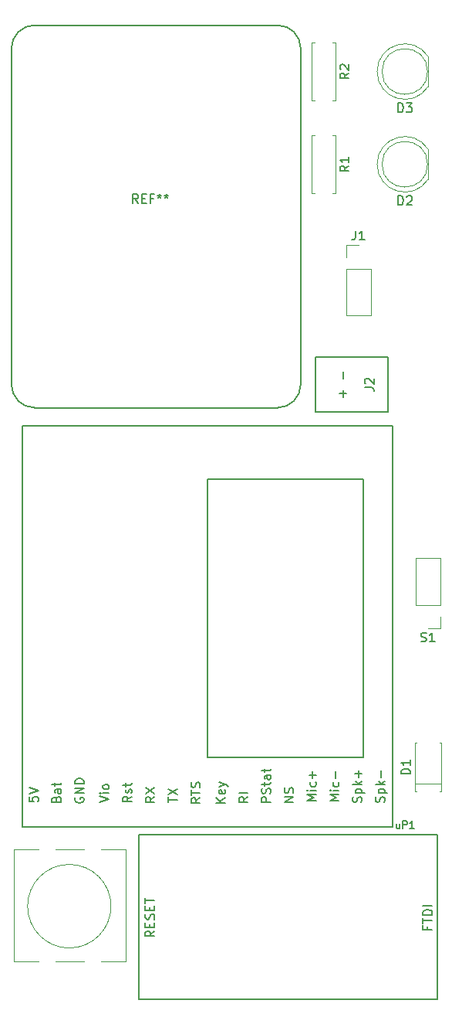
<source format=gbr>
G04 #@! TF.GenerationSoftware,KiCad,Pcbnew,(5.0.0-3-g5ebb6b6)*
G04 #@! TF.CreationDate,2018-09-18T11:26:02-04:00*
G04 #@! TF.ProjectId,mapH,6D6170482E6B696361645F7063620000,rev?*
G04 #@! TF.SameCoordinates,Original*
G04 #@! TF.FileFunction,Legend,Top*
G04 #@! TF.FilePolarity,Positive*
%FSLAX46Y46*%
G04 Gerber Fmt 4.6, Leading zero omitted, Abs format (unit mm)*
G04 Created by KiCad (PCBNEW (5.0.0-3-g5ebb6b6)) date Tuesday, September 18, 2018 at 11:26:02 AM*
%MOMM*%
%LPD*%
G01*
G04 APERTURE LIST*
%ADD10C,0.120000*%
%ADD11C,0.150000*%
%ADD12C,0.160000*%
G04 APERTURE END LIST*
D10*
G04 #@! TO.C,D1*
X171440000Y-124580000D02*
X171310000Y-124580000D01*
X171310000Y-124580000D02*
X171310000Y-119260000D01*
X171310000Y-119260000D02*
X171440000Y-119260000D01*
X174000000Y-124580000D02*
X174130000Y-124580000D01*
X174130000Y-124580000D02*
X174130000Y-119260000D01*
X174130000Y-119260000D02*
X174000000Y-119260000D01*
X171310000Y-123740000D02*
X174130000Y-123740000D01*
G04 #@! TO.C,D2*
X167140001Y-55878042D02*
G75*
G03X172740000Y-57519512I3039999J-1958D01*
G01*
X167140001Y-55881958D02*
G75*
G02X172740000Y-54240488I3039999J1958D01*
G01*
X172680000Y-55880000D02*
G75*
G03X172680000Y-55880000I-2500000J0D01*
G01*
X172740000Y-57520000D02*
X172740000Y-54240000D01*
G04 #@! TO.C,D3*
X167140001Y-45718042D02*
G75*
G03X172740000Y-47359512I3039999J-1958D01*
G01*
X167140001Y-45721958D02*
G75*
G02X172740000Y-44080488I3039999J1958D01*
G01*
X172680000Y-45720000D02*
G75*
G03X172680000Y-45720000I-2500000J0D01*
G01*
X172740000Y-47360000D02*
X172740000Y-44080000D01*
D11*
G04 #@! TO.C,J2*
X160330000Y-77010000D02*
X161830000Y-77010000D01*
X161830000Y-77010000D02*
X160330000Y-77010000D01*
X161830000Y-77010000D02*
X168330000Y-77010000D01*
X168330000Y-77010000D02*
X168330000Y-83010000D01*
X168330000Y-83010000D02*
X160330000Y-83010000D01*
X160330000Y-83010000D02*
X160330000Y-77010000D01*
D10*
G04 #@! TO.C,R1*
X162270000Y-52670000D02*
X162600000Y-52670000D01*
X162600000Y-52670000D02*
X162600000Y-59090000D01*
X162600000Y-59090000D02*
X162270000Y-59090000D01*
X160310000Y-52670000D02*
X159980000Y-52670000D01*
X159980000Y-52670000D02*
X159980000Y-59090000D01*
X159980000Y-59090000D02*
X160310000Y-59090000D01*
G04 #@! TO.C,R2*
X162270000Y-42510000D02*
X162600000Y-42510000D01*
X162600000Y-42510000D02*
X162600000Y-48930000D01*
X162600000Y-48930000D02*
X162270000Y-48930000D01*
X160310000Y-42510000D02*
X159980000Y-42510000D01*
X159980000Y-42510000D02*
X159980000Y-48930000D01*
X159980000Y-48930000D02*
X160310000Y-48930000D01*
G04 #@! TO.C,S2*
X139540000Y-130910000D02*
X139540000Y-143210000D01*
X134960000Y-143210000D02*
X131820000Y-143210000D01*
X127240000Y-143210000D02*
X127240000Y-130910000D01*
X136820000Y-130910000D02*
X139540000Y-130910000D01*
X137929050Y-137160000D02*
G75*
G03X137929050Y-137160000I-4579050J0D01*
G01*
X127240000Y-130910000D02*
X129960000Y-130910000D01*
X131820000Y-130910000D02*
X134960000Y-130910000D01*
X129960000Y-143210000D02*
X127240000Y-143210000D01*
X139540000Y-143210000D02*
X136820000Y-143210000D01*
D11*
G04 #@! TO.C,U1*
X128181100Y-84703600D02*
X128181100Y-84503600D01*
X165646100Y-90398600D02*
X165646100Y-120878600D01*
X165646100Y-120878600D02*
X148501100Y-120878600D01*
X148501100Y-120878600D02*
X148501100Y-90398600D01*
X148501100Y-90398600D02*
X165646100Y-90398600D01*
X128181100Y-84548600D02*
X168821100Y-84548600D01*
X168821100Y-84603600D02*
X168821100Y-128498600D01*
X168821100Y-128498600D02*
X128181100Y-128498600D01*
X128181100Y-128498600D02*
X128181100Y-84603600D01*
G04 #@! TO.C,REF\002A\002A*
X156210000Y-82550000D02*
X129540000Y-82550000D01*
X158750000Y-43180000D02*
X158750000Y-80010000D01*
X127000000Y-43180000D02*
X127000000Y-80010000D01*
X129540000Y-40640000D02*
X156210000Y-40640000D01*
X129540000Y-40640000D02*
G75*
G03X127000000Y-43180000I0J-2540000D01*
G01*
X158750000Y-43180000D02*
G75*
G03X156210000Y-40640000I-2540000J0D01*
G01*
X156210000Y-82550000D02*
G75*
G03X158750000Y-80010000I0J2540000D01*
G01*
X127000000Y-80010000D02*
G75*
G03X129540000Y-82550000I2540000J0D01*
G01*
D10*
G04 #@! TO.C,J1*
X163770000Y-67310000D02*
X163770000Y-72450000D01*
X163770000Y-72450000D02*
X166430000Y-72450000D01*
X166430000Y-72450000D02*
X166430000Y-67310000D01*
X166430000Y-67310000D02*
X163770000Y-67310000D01*
X163770000Y-66040000D02*
X163770000Y-64710000D01*
X163770000Y-64710000D02*
X165100000Y-64710000D01*
G04 #@! TO.C,S1*
X174050000Y-104140000D02*
X174050000Y-99000000D01*
X174050000Y-99000000D02*
X171390000Y-99000000D01*
X171390000Y-99000000D02*
X171390000Y-104140000D01*
X171390000Y-104140000D02*
X174050000Y-104140000D01*
X174050000Y-105410000D02*
X174050000Y-106740000D01*
X174050000Y-106740000D02*
X172720000Y-106740000D01*
D11*
G04 #@! TO.C,uP1*
X140970000Y-129286000D02*
X140970000Y-147320000D01*
X173736000Y-147320000D02*
X173736000Y-129286000D01*
X140970000Y-129286000D02*
X173736000Y-129286000D01*
X173736000Y-147320000D02*
X140970000Y-147320000D01*
G04 #@! TO.C,D1*
X170762380Y-122658095D02*
X169762380Y-122658095D01*
X169762380Y-122420000D01*
X169810000Y-122277142D01*
X169905238Y-122181904D01*
X170000476Y-122134285D01*
X170190952Y-122086666D01*
X170333809Y-122086666D01*
X170524285Y-122134285D01*
X170619523Y-122181904D01*
X170714761Y-122277142D01*
X170762380Y-122420000D01*
X170762380Y-122658095D01*
X170762380Y-121134285D02*
X170762380Y-121705714D01*
X170762380Y-121420000D02*
X169762380Y-121420000D01*
X169905238Y-121515238D01*
X170000476Y-121610476D01*
X170048095Y-121705714D01*
G04 #@! TO.C,D2*
X169441904Y-60342380D02*
X169441904Y-59342380D01*
X169680000Y-59342380D01*
X169822857Y-59390000D01*
X169918095Y-59485238D01*
X169965714Y-59580476D01*
X170013333Y-59770952D01*
X170013333Y-59913809D01*
X169965714Y-60104285D01*
X169918095Y-60199523D01*
X169822857Y-60294761D01*
X169680000Y-60342380D01*
X169441904Y-60342380D01*
X170394285Y-59437619D02*
X170441904Y-59390000D01*
X170537142Y-59342380D01*
X170775238Y-59342380D01*
X170870476Y-59390000D01*
X170918095Y-59437619D01*
X170965714Y-59532857D01*
X170965714Y-59628095D01*
X170918095Y-59770952D01*
X170346666Y-60342380D01*
X170965714Y-60342380D01*
G04 #@! TO.C,D3*
X169441904Y-50182380D02*
X169441904Y-49182380D01*
X169680000Y-49182380D01*
X169822857Y-49230000D01*
X169918095Y-49325238D01*
X169965714Y-49420476D01*
X170013333Y-49610952D01*
X170013333Y-49753809D01*
X169965714Y-49944285D01*
X169918095Y-50039523D01*
X169822857Y-50134761D01*
X169680000Y-50182380D01*
X169441904Y-50182380D01*
X170346666Y-49182380D02*
X170965714Y-49182380D01*
X170632380Y-49563333D01*
X170775238Y-49563333D01*
X170870476Y-49610952D01*
X170918095Y-49658571D01*
X170965714Y-49753809D01*
X170965714Y-49991904D01*
X170918095Y-50087142D01*
X170870476Y-50134761D01*
X170775238Y-50182380D01*
X170489523Y-50182380D01*
X170394285Y-50134761D01*
X170346666Y-50087142D01*
G04 #@! TO.C,J2*
X165782380Y-80343333D02*
X166496666Y-80343333D01*
X166639523Y-80390952D01*
X166734761Y-80486190D01*
X166782380Y-80629047D01*
X166782380Y-80724285D01*
X165877619Y-79914761D02*
X165830000Y-79867142D01*
X165782380Y-79771904D01*
X165782380Y-79533809D01*
X165830000Y-79438571D01*
X165877619Y-79390952D01*
X165972857Y-79343333D01*
X166068095Y-79343333D01*
X166210952Y-79390952D01*
X166782380Y-79962380D01*
X166782380Y-79343333D01*
X163401428Y-79390952D02*
X163401428Y-78629047D01*
X163401428Y-81390952D02*
X163401428Y-80629047D01*
X163782380Y-81010000D02*
X163020476Y-81010000D01*
G04 #@! TO.C,R1*
X164052380Y-56046666D02*
X163576190Y-56380000D01*
X164052380Y-56618095D02*
X163052380Y-56618095D01*
X163052380Y-56237142D01*
X163100000Y-56141904D01*
X163147619Y-56094285D01*
X163242857Y-56046666D01*
X163385714Y-56046666D01*
X163480952Y-56094285D01*
X163528571Y-56141904D01*
X163576190Y-56237142D01*
X163576190Y-56618095D01*
X164052380Y-55094285D02*
X164052380Y-55665714D01*
X164052380Y-55380000D02*
X163052380Y-55380000D01*
X163195238Y-55475238D01*
X163290476Y-55570476D01*
X163338095Y-55665714D01*
G04 #@! TO.C,R2*
X164052380Y-45886666D02*
X163576190Y-46220000D01*
X164052380Y-46458095D02*
X163052380Y-46458095D01*
X163052380Y-46077142D01*
X163100000Y-45981904D01*
X163147619Y-45934285D01*
X163242857Y-45886666D01*
X163385714Y-45886666D01*
X163480952Y-45934285D01*
X163528571Y-45981904D01*
X163576190Y-46077142D01*
X163576190Y-46458095D01*
X163147619Y-45505714D02*
X163100000Y-45458095D01*
X163052380Y-45362857D01*
X163052380Y-45124761D01*
X163100000Y-45029523D01*
X163147619Y-44981904D01*
X163242857Y-44934285D01*
X163338095Y-44934285D01*
X163480952Y-44981904D01*
X164052380Y-45553333D01*
X164052380Y-44934285D01*
G04 #@! TO.C,U1*
X167905861Y-125765504D02*
X167953480Y-125622647D01*
X167953480Y-125384552D01*
X167905861Y-125289314D01*
X167858242Y-125241695D01*
X167763004Y-125194076D01*
X167667766Y-125194076D01*
X167572528Y-125241695D01*
X167524909Y-125289314D01*
X167477290Y-125384552D01*
X167429671Y-125575028D01*
X167382052Y-125670266D01*
X167334433Y-125717885D01*
X167239195Y-125765504D01*
X167143957Y-125765504D01*
X167048719Y-125717885D01*
X167001100Y-125670266D01*
X166953480Y-125575028D01*
X166953480Y-125336933D01*
X167001100Y-125194076D01*
X167286814Y-124765504D02*
X168286814Y-124765504D01*
X167334433Y-124765504D02*
X167286814Y-124670266D01*
X167286814Y-124479790D01*
X167334433Y-124384552D01*
X167382052Y-124336933D01*
X167477290Y-124289314D01*
X167763004Y-124289314D01*
X167858242Y-124336933D01*
X167905861Y-124384552D01*
X167953480Y-124479790D01*
X167953480Y-124670266D01*
X167905861Y-124765504D01*
X167953480Y-123860742D02*
X166953480Y-123860742D01*
X167572528Y-123765504D02*
X167953480Y-123479790D01*
X167286814Y-123479790D02*
X167667766Y-123860742D01*
X167572528Y-123051219D02*
X167572528Y-122289314D01*
X165405861Y-125765504D02*
X165453480Y-125622647D01*
X165453480Y-125384552D01*
X165405861Y-125289314D01*
X165358242Y-125241695D01*
X165263004Y-125194076D01*
X165167766Y-125194076D01*
X165072528Y-125241695D01*
X165024909Y-125289314D01*
X164977290Y-125384552D01*
X164929671Y-125575028D01*
X164882052Y-125670266D01*
X164834433Y-125717885D01*
X164739195Y-125765504D01*
X164643957Y-125765504D01*
X164548719Y-125717885D01*
X164501100Y-125670266D01*
X164453480Y-125575028D01*
X164453480Y-125336933D01*
X164501100Y-125194076D01*
X164786814Y-124765504D02*
X165786814Y-124765504D01*
X164834433Y-124765504D02*
X164786814Y-124670266D01*
X164786814Y-124479790D01*
X164834433Y-124384552D01*
X164882052Y-124336933D01*
X164977290Y-124289314D01*
X165263004Y-124289314D01*
X165358242Y-124336933D01*
X165405861Y-124384552D01*
X165453480Y-124479790D01*
X165453480Y-124670266D01*
X165405861Y-124765504D01*
X165453480Y-123860742D02*
X164453480Y-123860742D01*
X165072528Y-123765504D02*
X165453480Y-123479790D01*
X164786814Y-123479790D02*
X165167766Y-123860742D01*
X165072528Y-123051219D02*
X165072528Y-122289314D01*
X165453480Y-122670266D02*
X164691576Y-122670266D01*
X162953480Y-125622647D02*
X161953480Y-125622647D01*
X162667766Y-125289314D01*
X161953480Y-124955980D01*
X162953480Y-124955980D01*
X162953480Y-124479790D02*
X162286814Y-124479790D01*
X161953480Y-124479790D02*
X162001100Y-124527409D01*
X162048719Y-124479790D01*
X162001100Y-124432171D01*
X161953480Y-124479790D01*
X162048719Y-124479790D01*
X162905861Y-123575028D02*
X162953480Y-123670266D01*
X162953480Y-123860742D01*
X162905861Y-123955980D01*
X162858242Y-124003600D01*
X162763004Y-124051219D01*
X162477290Y-124051219D01*
X162382052Y-124003600D01*
X162334433Y-123955980D01*
X162286814Y-123860742D01*
X162286814Y-123670266D01*
X162334433Y-123575028D01*
X162572528Y-123146457D02*
X162572528Y-122384552D01*
X160453480Y-125622647D02*
X159453480Y-125622647D01*
X160167766Y-125289314D01*
X159453480Y-124955980D01*
X160453480Y-124955980D01*
X160453480Y-124479790D02*
X159786814Y-124479790D01*
X159453480Y-124479790D02*
X159501100Y-124527409D01*
X159548719Y-124479790D01*
X159501100Y-124432171D01*
X159453480Y-124479790D01*
X159548719Y-124479790D01*
X160405861Y-123575028D02*
X160453480Y-123670266D01*
X160453480Y-123860742D01*
X160405861Y-123955980D01*
X160358242Y-124003600D01*
X160263004Y-124051219D01*
X159977290Y-124051219D01*
X159882052Y-124003600D01*
X159834433Y-123955980D01*
X159786814Y-123860742D01*
X159786814Y-123670266D01*
X159834433Y-123575028D01*
X160072528Y-123146457D02*
X160072528Y-122384552D01*
X160453480Y-122765504D02*
X159691576Y-122765504D01*
X157953480Y-125765504D02*
X156953480Y-125765504D01*
X157953480Y-125194076D01*
X156953480Y-125194076D01*
X157905861Y-124765504D02*
X157953480Y-124622647D01*
X157953480Y-124384552D01*
X157905861Y-124289314D01*
X157858242Y-124241695D01*
X157763004Y-124194076D01*
X157667766Y-124194076D01*
X157572528Y-124241695D01*
X157524909Y-124289314D01*
X157477290Y-124384552D01*
X157429671Y-124575028D01*
X157382052Y-124670266D01*
X157334433Y-124717885D01*
X157239195Y-124765504D01*
X157143957Y-124765504D01*
X157048719Y-124717885D01*
X157001100Y-124670266D01*
X156953480Y-124575028D01*
X156953480Y-124336933D01*
X157001100Y-124194076D01*
X155453480Y-125765504D02*
X154453480Y-125765504D01*
X154453480Y-125384552D01*
X154501100Y-125289314D01*
X154548719Y-125241695D01*
X154643957Y-125194076D01*
X154786814Y-125194076D01*
X154882052Y-125241695D01*
X154929671Y-125289314D01*
X154977290Y-125384552D01*
X154977290Y-125765504D01*
X155405861Y-124813123D02*
X155453480Y-124670266D01*
X155453480Y-124432171D01*
X155405861Y-124336933D01*
X155358242Y-124289314D01*
X155263004Y-124241695D01*
X155167766Y-124241695D01*
X155072528Y-124289314D01*
X155024909Y-124336933D01*
X154977290Y-124432171D01*
X154929671Y-124622647D01*
X154882052Y-124717885D01*
X154834433Y-124765504D01*
X154739195Y-124813123D01*
X154643957Y-124813123D01*
X154548719Y-124765504D01*
X154501100Y-124717885D01*
X154453480Y-124622647D01*
X154453480Y-124384552D01*
X154501100Y-124241695D01*
X154786814Y-123955980D02*
X154786814Y-123575028D01*
X154453480Y-123813123D02*
X155310623Y-123813123D01*
X155405861Y-123765504D01*
X155453480Y-123670266D01*
X155453480Y-123575028D01*
X155453480Y-122813123D02*
X154929671Y-122813123D01*
X154834433Y-122860742D01*
X154786814Y-122955980D01*
X154786814Y-123146457D01*
X154834433Y-123241695D01*
X155405861Y-122813123D02*
X155453480Y-122908361D01*
X155453480Y-123146457D01*
X155405861Y-123241695D01*
X155310623Y-123289314D01*
X155215385Y-123289314D01*
X155120147Y-123241695D01*
X155072528Y-123146457D01*
X155072528Y-122908361D01*
X155024909Y-122813123D01*
X154786814Y-122479790D02*
X154786814Y-122098838D01*
X154453480Y-122336933D02*
X155310623Y-122336933D01*
X155405861Y-122289314D01*
X155453480Y-122194076D01*
X155453480Y-122098838D01*
X152953480Y-125182171D02*
X152477290Y-125515504D01*
X152953480Y-125753600D02*
X151953480Y-125753600D01*
X151953480Y-125372647D01*
X152001100Y-125277409D01*
X152048719Y-125229790D01*
X152143957Y-125182171D01*
X152286814Y-125182171D01*
X152382052Y-125229790D01*
X152429671Y-125277409D01*
X152477290Y-125372647D01*
X152477290Y-125753600D01*
X152953480Y-124753600D02*
X151953480Y-124753600D01*
X150453480Y-125825028D02*
X149453480Y-125825028D01*
X150453480Y-125253600D02*
X149882052Y-125682171D01*
X149453480Y-125253600D02*
X150024909Y-125825028D01*
X150405861Y-124444076D02*
X150453480Y-124539314D01*
X150453480Y-124729790D01*
X150405861Y-124825028D01*
X150310623Y-124872647D01*
X149929671Y-124872647D01*
X149834433Y-124825028D01*
X149786814Y-124729790D01*
X149786814Y-124539314D01*
X149834433Y-124444076D01*
X149929671Y-124396457D01*
X150024909Y-124396457D01*
X150120147Y-124872647D01*
X149786814Y-124063123D02*
X150453480Y-123825028D01*
X149786814Y-123586933D02*
X150453480Y-123825028D01*
X150691576Y-123920266D01*
X150739195Y-123967885D01*
X150786814Y-124063123D01*
X147703480Y-125301219D02*
X147227290Y-125634552D01*
X147703480Y-125872647D02*
X146703480Y-125872647D01*
X146703480Y-125491695D01*
X146751100Y-125396457D01*
X146798719Y-125348838D01*
X146893957Y-125301219D01*
X147036814Y-125301219D01*
X147132052Y-125348838D01*
X147179671Y-125396457D01*
X147227290Y-125491695D01*
X147227290Y-125872647D01*
X146703480Y-125015504D02*
X146703480Y-124444076D01*
X147703480Y-124729790D02*
X146703480Y-124729790D01*
X147655861Y-124158361D02*
X147703480Y-124015504D01*
X147703480Y-123777409D01*
X147655861Y-123682171D01*
X147608242Y-123634552D01*
X147513004Y-123586933D01*
X147417766Y-123586933D01*
X147322528Y-123634552D01*
X147274909Y-123682171D01*
X147227290Y-123777409D01*
X147179671Y-123967885D01*
X147132052Y-124063123D01*
X147084433Y-124110742D01*
X146989195Y-124158361D01*
X146893957Y-124158361D01*
X146798719Y-124110742D01*
X146751100Y-124063123D01*
X146703480Y-123967885D01*
X146703480Y-123729790D01*
X146751100Y-123586933D01*
X144203480Y-125765504D02*
X144203480Y-125194076D01*
X145203480Y-125479790D02*
X144203480Y-125479790D01*
X144203480Y-124955980D02*
X145203480Y-124289314D01*
X144203480Y-124289314D02*
X145203480Y-124955980D01*
X142703480Y-125170266D02*
X142227290Y-125503600D01*
X142703480Y-125741695D02*
X141703480Y-125741695D01*
X141703480Y-125360742D01*
X141751100Y-125265504D01*
X141798719Y-125217885D01*
X141893957Y-125170266D01*
X142036814Y-125170266D01*
X142132052Y-125217885D01*
X142179671Y-125265504D01*
X142227290Y-125360742D01*
X142227290Y-125741695D01*
X141703480Y-124836933D02*
X142703480Y-124170266D01*
X141703480Y-124170266D02*
X142703480Y-124836933D01*
X140203480Y-125134552D02*
X139727290Y-125467885D01*
X140203480Y-125705980D02*
X139203480Y-125705980D01*
X139203480Y-125325028D01*
X139251100Y-125229790D01*
X139298719Y-125182171D01*
X139393957Y-125134552D01*
X139536814Y-125134552D01*
X139632052Y-125182171D01*
X139679671Y-125229790D01*
X139727290Y-125325028D01*
X139727290Y-125705980D01*
X140155861Y-124753600D02*
X140203480Y-124658361D01*
X140203480Y-124467885D01*
X140155861Y-124372647D01*
X140060623Y-124325028D01*
X140013004Y-124325028D01*
X139917766Y-124372647D01*
X139870147Y-124467885D01*
X139870147Y-124610742D01*
X139822528Y-124705980D01*
X139727290Y-124753600D01*
X139679671Y-124753600D01*
X139584433Y-124705980D01*
X139536814Y-124610742D01*
X139536814Y-124467885D01*
X139584433Y-124372647D01*
X139536814Y-124039314D02*
X139536814Y-123658361D01*
X139203480Y-123896457D02*
X140060623Y-123896457D01*
X140155861Y-123848838D01*
X140203480Y-123753600D01*
X140203480Y-123658361D01*
X136703480Y-125777409D02*
X137703480Y-125444076D01*
X136703480Y-125110742D01*
X137703480Y-124777409D02*
X137036814Y-124777409D01*
X136703480Y-124777409D02*
X136751100Y-124825028D01*
X136798719Y-124777409D01*
X136751100Y-124729790D01*
X136703480Y-124777409D01*
X136798719Y-124777409D01*
X137703480Y-124158361D02*
X137655861Y-124253600D01*
X137608242Y-124301219D01*
X137513004Y-124348838D01*
X137227290Y-124348838D01*
X137132052Y-124301219D01*
X137084433Y-124253600D01*
X137036814Y-124158361D01*
X137036814Y-124015504D01*
X137084433Y-123920266D01*
X137132052Y-123872647D01*
X137227290Y-123825028D01*
X137513004Y-123825028D01*
X137608242Y-123872647D01*
X137655861Y-123920266D01*
X137703480Y-124015504D01*
X137703480Y-124158361D01*
X134001100Y-125265504D02*
X133953480Y-125360742D01*
X133953480Y-125503600D01*
X134001100Y-125646457D01*
X134096338Y-125741695D01*
X134191576Y-125789314D01*
X134382052Y-125836933D01*
X134524909Y-125836933D01*
X134715385Y-125789314D01*
X134810623Y-125741695D01*
X134905861Y-125646457D01*
X134953480Y-125503600D01*
X134953480Y-125408361D01*
X134905861Y-125265504D01*
X134858242Y-125217885D01*
X134524909Y-125217885D01*
X134524909Y-125408361D01*
X134953480Y-124789314D02*
X133953480Y-124789314D01*
X134953480Y-124217885D01*
X133953480Y-124217885D01*
X134953480Y-123741695D02*
X133953480Y-123741695D01*
X133953480Y-123503600D01*
X134001100Y-123360742D01*
X134096338Y-123265504D01*
X134191576Y-123217885D01*
X134382052Y-123170266D01*
X134524909Y-123170266D01*
X134715385Y-123217885D01*
X134810623Y-123265504D01*
X134905861Y-123360742D01*
X134953480Y-123503600D01*
X134953480Y-123741695D01*
X131929671Y-125420266D02*
X131977290Y-125277409D01*
X132024909Y-125229790D01*
X132120147Y-125182171D01*
X132263004Y-125182171D01*
X132358242Y-125229790D01*
X132405861Y-125277409D01*
X132453480Y-125372647D01*
X132453480Y-125753600D01*
X131453480Y-125753600D01*
X131453480Y-125420266D01*
X131501100Y-125325028D01*
X131548719Y-125277409D01*
X131643957Y-125229790D01*
X131739195Y-125229790D01*
X131834433Y-125277409D01*
X131882052Y-125325028D01*
X131929671Y-125420266D01*
X131929671Y-125753600D01*
X132453480Y-124325028D02*
X131929671Y-124325028D01*
X131834433Y-124372647D01*
X131786814Y-124467885D01*
X131786814Y-124658361D01*
X131834433Y-124753600D01*
X132405861Y-124325028D02*
X132453480Y-124420266D01*
X132453480Y-124658361D01*
X132405861Y-124753600D01*
X132310623Y-124801219D01*
X132215385Y-124801219D01*
X132120147Y-124753600D01*
X132072528Y-124658361D01*
X132072528Y-124420266D01*
X132024909Y-124325028D01*
X131786814Y-123991695D02*
X131786814Y-123610742D01*
X131453480Y-123848838D02*
X132310623Y-123848838D01*
X132405861Y-123801219D01*
X132453480Y-123705980D01*
X132453480Y-123610742D01*
X128953480Y-125194076D02*
X128953480Y-125670266D01*
X129429671Y-125717885D01*
X129382052Y-125670266D01*
X129334433Y-125575028D01*
X129334433Y-125336933D01*
X129382052Y-125241695D01*
X129429671Y-125194076D01*
X129524909Y-125146457D01*
X129763004Y-125146457D01*
X129858242Y-125194076D01*
X129905861Y-125241695D01*
X129953480Y-125336933D01*
X129953480Y-125575028D01*
X129905861Y-125670266D01*
X129858242Y-125717885D01*
X128953480Y-124860742D02*
X129953480Y-124527409D01*
X128953480Y-124194076D01*
G04 #@! TO.C,REF\002A\002A*
X140906666Y-60142380D02*
X140573333Y-59666190D01*
X140335238Y-60142380D02*
X140335238Y-59142380D01*
X140716190Y-59142380D01*
X140811428Y-59190000D01*
X140859047Y-59237619D01*
X140906666Y-59332857D01*
X140906666Y-59475714D01*
X140859047Y-59570952D01*
X140811428Y-59618571D01*
X140716190Y-59666190D01*
X140335238Y-59666190D01*
X141335238Y-59618571D02*
X141668571Y-59618571D01*
X141811428Y-60142380D02*
X141335238Y-60142380D01*
X141335238Y-59142380D01*
X141811428Y-59142380D01*
X142573333Y-59618571D02*
X142240000Y-59618571D01*
X142240000Y-60142380D02*
X142240000Y-59142380D01*
X142716190Y-59142380D01*
X143240000Y-59142380D02*
X143240000Y-59380476D01*
X143001904Y-59285238D02*
X143240000Y-59380476D01*
X143478095Y-59285238D01*
X143097142Y-59570952D02*
X143240000Y-59380476D01*
X143382857Y-59570952D01*
X144001904Y-59142380D02*
X144001904Y-59380476D01*
X143763809Y-59285238D02*
X144001904Y-59380476D01*
X144240000Y-59285238D01*
X143859047Y-59570952D02*
X144001904Y-59380476D01*
X144144761Y-59570952D01*
G04 #@! TO.C,J1*
X164766666Y-63162380D02*
X164766666Y-63876666D01*
X164719047Y-64019523D01*
X164623809Y-64114761D01*
X164480952Y-64162380D01*
X164385714Y-64162380D01*
X165766666Y-64162380D02*
X165195238Y-64162380D01*
X165480952Y-64162380D02*
X165480952Y-63162380D01*
X165385714Y-63305238D01*
X165290476Y-63400476D01*
X165195238Y-63448095D01*
G04 #@! TO.C,S1*
X171958095Y-108144761D02*
X172100952Y-108192380D01*
X172339047Y-108192380D01*
X172434285Y-108144761D01*
X172481904Y-108097142D01*
X172529523Y-108001904D01*
X172529523Y-107906666D01*
X172481904Y-107811428D01*
X172434285Y-107763809D01*
X172339047Y-107716190D01*
X172148571Y-107668571D01*
X172053333Y-107620952D01*
X172005714Y-107573333D01*
X171958095Y-107478095D01*
X171958095Y-107382857D01*
X172005714Y-107287619D01*
X172053333Y-107240000D01*
X172148571Y-107192380D01*
X172386666Y-107192380D01*
X172529523Y-107240000D01*
X173481904Y-108192380D02*
X172910476Y-108192380D01*
X173196190Y-108192380D02*
X173196190Y-107192380D01*
X173100952Y-107335238D01*
X173005714Y-107430476D01*
X172910476Y-107478095D01*
G04 #@! TO.C,uP1*
D12*
X169570476Y-128098571D02*
X169570476Y-128631904D01*
X169227619Y-128098571D02*
X169227619Y-128517619D01*
X169265714Y-128593809D01*
X169341904Y-128631904D01*
X169456190Y-128631904D01*
X169532380Y-128593809D01*
X169570476Y-128555714D01*
X169951428Y-128631904D02*
X169951428Y-127831904D01*
X170256190Y-127831904D01*
X170332380Y-127870000D01*
X170370476Y-127908095D01*
X170408571Y-127984285D01*
X170408571Y-128098571D01*
X170370476Y-128174761D01*
X170332380Y-128212857D01*
X170256190Y-128250952D01*
X169951428Y-128250952D01*
X171170476Y-128631904D02*
X170713333Y-128631904D01*
X170941904Y-128631904D02*
X170941904Y-127831904D01*
X170865714Y-127946190D01*
X170789523Y-128022380D01*
X170713333Y-128060476D01*
D11*
X142692380Y-139882380D02*
X142216190Y-140215714D01*
X142692380Y-140453809D02*
X141692380Y-140453809D01*
X141692380Y-140072857D01*
X141740000Y-139977619D01*
X141787619Y-139930000D01*
X141882857Y-139882380D01*
X142025714Y-139882380D01*
X142120952Y-139930000D01*
X142168571Y-139977619D01*
X142216190Y-140072857D01*
X142216190Y-140453809D01*
X142168571Y-139453809D02*
X142168571Y-139120476D01*
X142692380Y-138977619D02*
X142692380Y-139453809D01*
X141692380Y-139453809D01*
X141692380Y-138977619D01*
X142644761Y-138596666D02*
X142692380Y-138453809D01*
X142692380Y-138215714D01*
X142644761Y-138120476D01*
X142597142Y-138072857D01*
X142501904Y-138025238D01*
X142406666Y-138025238D01*
X142311428Y-138072857D01*
X142263809Y-138120476D01*
X142216190Y-138215714D01*
X142168571Y-138406190D01*
X142120952Y-138501428D01*
X142073333Y-138549047D01*
X141978095Y-138596666D01*
X141882857Y-138596666D01*
X141787619Y-138549047D01*
X141740000Y-138501428D01*
X141692380Y-138406190D01*
X141692380Y-138168095D01*
X141740000Y-138025238D01*
X142168571Y-137596666D02*
X142168571Y-137263333D01*
X142692380Y-137120476D02*
X142692380Y-137596666D01*
X141692380Y-137596666D01*
X141692380Y-137120476D01*
X141692380Y-136834761D02*
X141692380Y-136263333D01*
X142692380Y-136549047D02*
X141692380Y-136549047D01*
X172648571Y-139406190D02*
X172648571Y-139739523D01*
X173172380Y-139739523D02*
X172172380Y-139739523D01*
X172172380Y-139263333D01*
X172172380Y-139025238D02*
X172172380Y-138453809D01*
X173172380Y-138739523D02*
X172172380Y-138739523D01*
X173172380Y-138120476D02*
X172172380Y-138120476D01*
X172172380Y-137882380D01*
X172220000Y-137739523D01*
X172315238Y-137644285D01*
X172410476Y-137596666D01*
X172600952Y-137549047D01*
X172743809Y-137549047D01*
X172934285Y-137596666D01*
X173029523Y-137644285D01*
X173124761Y-137739523D01*
X173172380Y-137882380D01*
X173172380Y-138120476D01*
X173172380Y-137120476D02*
X172172380Y-137120476D01*
G04 #@! TD*
M02*

</source>
